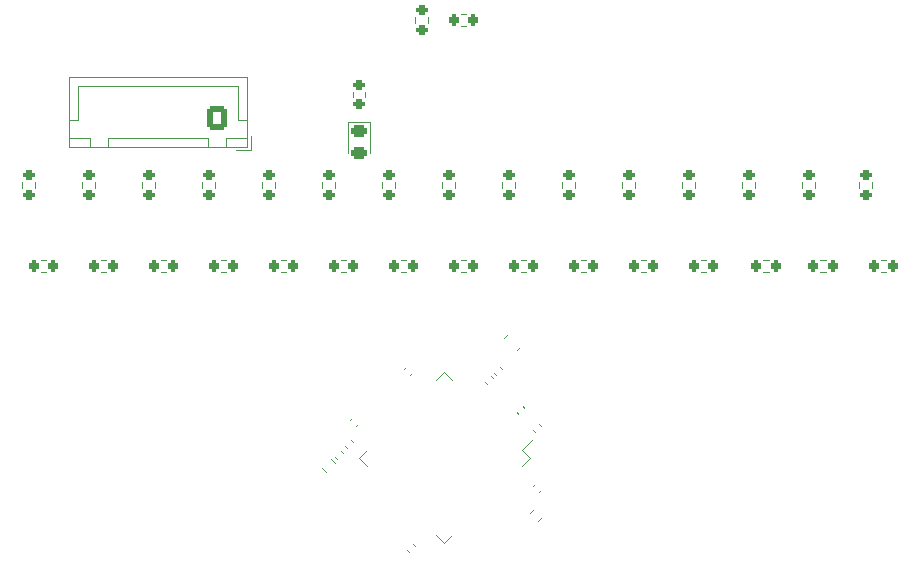
<source format=gbr>
%TF.GenerationSoftware,KiCad,Pcbnew,7.0.9*%
%TF.CreationDate,2024-12-10T16:14:57+09:00*%
%TF.ProjectId,02-LINE,30322d4c-494e-4452-9e6b-696361645f70,rev?*%
%TF.SameCoordinates,Original*%
%TF.FileFunction,Legend,Top*%
%TF.FilePolarity,Positive*%
%FSLAX46Y46*%
G04 Gerber Fmt 4.6, Leading zero omitted, Abs format (unit mm)*
G04 Created by KiCad (PCBNEW 7.0.9) date 2024-12-10 16:14:57*
%MOMM*%
%LPD*%
G01*
G04 APERTURE LIST*
G04 Aperture macros list*
%AMRoundRect*
0 Rectangle with rounded corners*
0 $1 Rounding radius*
0 $2 $3 $4 $5 $6 $7 $8 $9 X,Y pos of 4 corners*
0 Add a 4 corners polygon primitive as box body*
4,1,4,$2,$3,$4,$5,$6,$7,$8,$9,$2,$3,0*
0 Add four circle primitives for the rounded corners*
1,1,$1+$1,$2,$3*
1,1,$1+$1,$4,$5*
1,1,$1+$1,$6,$7*
1,1,$1+$1,$8,$9*
0 Add four rect primitives between the rounded corners*
20,1,$1+$1,$2,$3,$4,$5,0*
20,1,$1+$1,$4,$5,$6,$7,0*
20,1,$1+$1,$6,$7,$8,$9,0*
20,1,$1+$1,$8,$9,$2,$3,0*%
G04 Aperture macros list end*
%ADD10C,0.120000*%
%ADD11RoundRect,0.200000X0.275000X-0.200000X0.275000X0.200000X-0.275000X0.200000X-0.275000X-0.200000X0*%
%ADD12RoundRect,0.140000X0.021213X-0.219203X0.219203X-0.021213X-0.021213X0.219203X-0.219203X0.021213X0*%
%ADD13RoundRect,0.250000X-0.132583X0.503814X-0.503814X0.132583X0.132583X-0.503814X0.503814X-0.132583X0*%
%ADD14RoundRect,0.140000X-0.219203X-0.021213X-0.021213X-0.219203X0.219203X0.021213X0.021213X0.219203X0*%
%ADD15RoundRect,0.200000X0.200000X0.275000X-0.200000X0.275000X-0.200000X-0.275000X0.200000X-0.275000X0*%
%ADD16RoundRect,0.200000X-0.275000X0.200000X-0.275000X-0.200000X0.275000X-0.200000X0.275000X0.200000X0*%
%ADD17RoundRect,0.075000X0.441942X0.548008X-0.548008X-0.441942X-0.441942X-0.548008X0.548008X0.441942X0*%
%ADD18RoundRect,0.075000X-0.441942X0.548008X-0.548008X0.441942X0.441942X-0.548008X0.548008X-0.441942X0*%
%ADD19RoundRect,0.140000X0.219203X0.021213X0.021213X0.219203X-0.219203X-0.021213X-0.021213X-0.219203X0*%
%ADD20C,3.200000*%
%ADD21RoundRect,0.200000X0.053033X-0.335876X0.335876X-0.053033X-0.053033X0.335876X-0.335876X0.053033X0*%
%ADD22RoundRect,0.243750X-0.456250X0.243750X-0.456250X-0.243750X0.456250X-0.243750X0.456250X0.243750X0*%
%ADD23RoundRect,0.250000X0.600000X0.725000X-0.600000X0.725000X-0.600000X-0.725000X0.600000X-0.725000X0*%
%ADD24O,1.700000X1.950000*%
%ADD25RoundRect,0.200000X0.335876X0.053033X0.053033X0.335876X-0.335876X-0.053033X-0.053033X-0.335876X0*%
%ADD26RoundRect,0.140000X-0.021213X0.219203X-0.219203X0.021213X0.021213X-0.219203X0.219203X-0.021213X0*%
%ADD27C,1.524000*%
%ADD28R,1.700000X1.700000*%
%ADD29O,1.700000X1.700000*%
G04 APERTURE END LIST*
D10*
%TO.C,R15*%
X148067500Y-106917258D02*
X148067500Y-106442742D01*
X149112500Y-106917258D02*
X149112500Y-106442742D01*
%TO.C,C8*%
X155763815Y-132138012D02*
X155916318Y-131985509D01*
X156272932Y-132647129D02*
X156425435Y-132494626D01*
%TO.C,FB1*%
X154680282Y-120359165D02*
X154359165Y-120680282D01*
X153640835Y-119319718D02*
X153319718Y-119640835D01*
%TO.C,C3*%
X156272932Y-126905509D02*
X156425435Y-127058012D01*
X155763815Y-127414626D02*
X155916318Y-127567129D01*
%TO.C,R21*%
X180514258Y-114060500D02*
X180039742Y-114060500D01*
X180514258Y-113015500D02*
X180039742Y-113015500D01*
%TO.C,R17*%
X160257258Y-114060500D02*
X159782742Y-114060500D01*
X160257258Y-113015500D02*
X159782742Y-113015500D01*
%TO.C,R25*%
X137907500Y-106917258D02*
X137907500Y-106442742D01*
X138952500Y-106917258D02*
X138952500Y-106442742D01*
%TO.C,R31*%
X146826500Y-92472742D02*
X146826500Y-92947258D01*
X145781500Y-92472742D02*
X145781500Y-92947258D01*
%TO.C,U1*%
X155447256Y-129757713D02*
X154775505Y-129085962D01*
X154775505Y-129085962D02*
X155723028Y-128138438D01*
X148220625Y-122531082D02*
X148892376Y-123202833D01*
X154775505Y-130429464D02*
X155447256Y-129757713D01*
X147548874Y-123202833D02*
X148220625Y-122531082D01*
X148892376Y-136312593D02*
X148220625Y-136984344D01*
X141665745Y-129085962D02*
X140993994Y-129757713D01*
X148220625Y-136984344D02*
X147548874Y-136312593D01*
X140993994Y-129757713D02*
X141665745Y-130429464D01*
%TO.C,R36*%
X124697258Y-114060500D02*
X124222742Y-114060500D01*
X124697258Y-113015500D02*
X124222742Y-113015500D01*
%TO.C,C10*%
X152614318Y-122741129D02*
X152461815Y-122588626D01*
X153123435Y-122232012D02*
X152970932Y-122079509D01*
%TO.C,R37*%
X119617258Y-114060500D02*
X119142742Y-114060500D01*
X119617258Y-113015500D02*
X119142742Y-113015500D01*
%TO.C,R20*%
X175688258Y-114060500D02*
X175213742Y-114060500D01*
X175688258Y-113015500D02*
X175213742Y-113015500D01*
%TO.C,R11*%
X168387500Y-106917258D02*
X168387500Y-106442742D01*
X169432500Y-106917258D02*
X169432500Y-106442742D01*
%TO.C,C1*%
X154507693Y-126060810D02*
X154355190Y-125908307D01*
X155016810Y-125551693D02*
X154864307Y-125399190D01*
%TO.C,R19*%
X170417258Y-114060500D02*
X169942742Y-114060500D01*
X170417258Y-113015500D02*
X169942742Y-113015500D01*
%TO.C,R10*%
X163307500Y-106917258D02*
X163307500Y-106442742D01*
X164352500Y-106917258D02*
X164352500Y-106442742D01*
%TO.C,R32*%
X145017258Y-114060500D02*
X144542742Y-114060500D01*
X145017258Y-113015500D02*
X144542742Y-113015500D01*
%TO.C,R14*%
X183373500Y-106917258D02*
X183373500Y-106442742D01*
X184418500Y-106917258D02*
X184418500Y-106442742D01*
%TO.C,C9*%
X151852318Y-123503129D02*
X151699815Y-123350626D01*
X152361435Y-122994012D02*
X152208932Y-122841509D01*
%TO.C,R29*%
X117587500Y-106917258D02*
X117587500Y-106442742D01*
X118632500Y-106917258D02*
X118632500Y-106442742D01*
%TO.C,C7*%
X139152318Y-129853129D02*
X138999815Y-129700626D01*
X139661435Y-129344012D02*
X139508932Y-129191509D01*
%TO.C,R12*%
X173467500Y-106917258D02*
X173467500Y-106442742D01*
X174512500Y-106917258D02*
X174512500Y-106442742D01*
%TO.C,C5*%
X140356343Y-128260920D02*
X140508846Y-128413423D01*
X139847226Y-128770037D02*
X139999729Y-128922540D01*
%TO.C,R3*%
X141522500Y-98762742D02*
X141522500Y-99237258D01*
X140477500Y-98762742D02*
X140477500Y-99237258D01*
%TO.C,R33*%
X139937258Y-114060500D02*
X139462742Y-114060500D01*
X139937258Y-113015500D02*
X139462742Y-113015500D01*
%TO.C,R38*%
X114537258Y-114060500D02*
X114062742Y-114060500D01*
X114537258Y-113015500D02*
X114062742Y-113015500D01*
%TO.C,R1*%
X155462770Y-134400622D02*
X155798303Y-134065089D01*
X156201697Y-135139549D02*
X156537230Y-134804016D01*
%TO.C,R22*%
X185657258Y-114060500D02*
X185182742Y-114060500D01*
X185657258Y-113015500D02*
X185182742Y-113015500D01*
%TO.C,C6*%
X145604932Y-137065509D02*
X145757435Y-137218012D01*
X145095815Y-137574626D02*
X145248318Y-137727129D01*
%TO.C,R16*%
X155177258Y-114060500D02*
X154702742Y-114060500D01*
X155177258Y-113015500D02*
X154702742Y-113015500D01*
%TO.C,R8*%
X153147500Y-106917258D02*
X153147500Y-106442742D01*
X154192500Y-106917258D02*
X154192500Y-106442742D01*
%TO.C,R39*%
X150097258Y-93232500D02*
X149622742Y-93232500D01*
X150097258Y-92187500D02*
X149622742Y-92187500D01*
%TO.C,D1*%
X141960000Y-101315000D02*
X140040000Y-101315000D01*
X140040000Y-101315000D02*
X140040000Y-104000000D01*
X141960000Y-104000000D02*
X141960000Y-101315000D01*
%TO.C,R26*%
X132827500Y-106917258D02*
X132827500Y-106442742D01*
X133872500Y-106917258D02*
X133872500Y-106442742D01*
%TO.C,R23*%
X150097258Y-114060500D02*
X149622742Y-114060500D01*
X150097258Y-113015500D02*
X149622742Y-113015500D01*
%TO.C,R9*%
X158227500Y-106917258D02*
X158227500Y-106442742D01*
X159272500Y-106917258D02*
X159272500Y-106442742D01*
%TO.C,R30*%
X112507500Y-106917258D02*
X112507500Y-106442742D01*
X113552500Y-106917258D02*
X113552500Y-106442742D01*
%TO.C,J3*%
X131850000Y-103750000D02*
X131850000Y-102500000D01*
X131560000Y-103460000D02*
X131560000Y-97490000D01*
X131560000Y-97490000D02*
X116440000Y-97490000D01*
X131550000Y-103450000D02*
X131550000Y-102700000D01*
X131550000Y-102700000D02*
X129750000Y-102700000D01*
X131550000Y-101200000D02*
X130800000Y-101200000D01*
X130800000Y-101200000D02*
X130800000Y-98250000D01*
X130800000Y-98250000D02*
X124000000Y-98250000D01*
X130600000Y-103750000D02*
X131850000Y-103750000D01*
X129750000Y-103450000D02*
X131550000Y-103450000D01*
X129750000Y-102700000D02*
X129750000Y-103450000D01*
X128250000Y-103450000D02*
X128250000Y-102700000D01*
X128250000Y-102700000D02*
X119750000Y-102700000D01*
X119750000Y-103450000D02*
X128250000Y-103450000D01*
X119750000Y-102700000D02*
X119750000Y-103450000D01*
X118250000Y-103450000D02*
X118250000Y-102700000D01*
X118250000Y-102700000D02*
X116450000Y-102700000D01*
X117200000Y-101200000D02*
X117200000Y-98250000D01*
X117200000Y-98250000D02*
X124000000Y-98250000D01*
X116450000Y-103450000D02*
X118250000Y-103450000D01*
X116450000Y-102700000D02*
X116450000Y-103450000D01*
X116450000Y-101200000D02*
X117200000Y-101200000D01*
X116440000Y-103460000D02*
X131560000Y-103460000D01*
X116440000Y-97490000D02*
X116440000Y-103460000D01*
%TO.C,R2*%
X138214940Y-130953867D02*
X137879407Y-130618334D01*
X138953867Y-130214940D02*
X138618334Y-129879407D01*
%TO.C,R34*%
X134857258Y-114060500D02*
X134382742Y-114060500D01*
X134857258Y-113015500D02*
X134382742Y-113015500D01*
%TO.C,R27*%
X127747500Y-106917258D02*
X127747500Y-106442742D01*
X128792500Y-106917258D02*
X128792500Y-106442742D01*
%TO.C,R18*%
X165337258Y-114060500D02*
X164862742Y-114060500D01*
X165337258Y-113015500D02*
X164862742Y-113015500D01*
%TO.C,R28*%
X122667500Y-106917258D02*
X122667500Y-106442742D01*
X123712500Y-106917258D02*
X123712500Y-106442742D01*
%TO.C,R35*%
X129777258Y-114060500D02*
X129302742Y-114060500D01*
X129777258Y-113015500D02*
X129302742Y-113015500D01*
%TO.C,C4*%
X145503435Y-122588626D02*
X145350932Y-122741129D01*
X144994318Y-122079509D02*
X144841815Y-122232012D01*
%TO.C,R13*%
X178547500Y-106917258D02*
X178547500Y-106442742D01*
X179592500Y-106917258D02*
X179592500Y-106442742D01*
%TO.C,R24*%
X142987500Y-106917258D02*
X142987500Y-106442742D01*
X144032500Y-106917258D02*
X144032500Y-106442742D01*
%TO.C,C2*%
X140931435Y-126906626D02*
X140778932Y-127059129D01*
X140422318Y-126397509D02*
X140269815Y-126550012D01*
%TD*%
%LPC*%
D11*
%TO.C,R15*%
X148590000Y-107505000D03*
X148590000Y-105855000D03*
%TD*%
D12*
%TO.C,C8*%
X155755214Y-132655730D03*
X156434036Y-131976908D03*
%TD*%
D13*
%TO.C,FB1*%
X154645235Y-119354765D03*
X153354765Y-120645235D03*
%TD*%
D14*
%TO.C,C3*%
X155755214Y-126896908D03*
X156434036Y-127575730D03*
%TD*%
D15*
%TO.C,R21*%
X181102000Y-113538000D03*
X179452000Y-113538000D03*
%TD*%
%TO.C,R17*%
X160845000Y-113538000D03*
X159195000Y-113538000D03*
%TD*%
D11*
%TO.C,R25*%
X138430000Y-107505000D03*
X138430000Y-105855000D03*
%TD*%
D16*
%TO.C,R31*%
X146304000Y-91885000D03*
X146304000Y-93535000D03*
%TD*%
D17*
%TO.C,U1*%
X154885106Y-128396532D03*
X154531553Y-128042979D03*
X154178000Y-127689426D03*
X153824446Y-127335872D03*
X153470893Y-126982319D03*
X153117339Y-126628765D03*
X152763786Y-126275212D03*
X152410233Y-125921659D03*
X152056679Y-125568105D03*
X151703126Y-125214552D03*
X151349573Y-124860999D03*
X150996019Y-124507445D03*
X150642466Y-124153892D03*
X150288912Y-123800338D03*
X149935359Y-123446785D03*
X149581806Y-123093232D03*
D18*
X146859444Y-123093232D03*
X146505891Y-123446785D03*
X146152338Y-123800338D03*
X145798784Y-124153892D03*
X145445231Y-124507445D03*
X145091677Y-124860999D03*
X144738124Y-125214552D03*
X144384571Y-125568105D03*
X144031017Y-125921659D03*
X143677464Y-126275212D03*
X143323911Y-126628765D03*
X142970357Y-126982319D03*
X142616804Y-127335872D03*
X142263250Y-127689426D03*
X141909697Y-128042979D03*
X141556144Y-128396532D03*
D17*
X141556144Y-131118894D03*
X141909697Y-131472447D03*
X142263250Y-131826000D03*
X142616804Y-132179554D03*
X142970357Y-132533107D03*
X143323911Y-132886661D03*
X143677464Y-133240214D03*
X144031017Y-133593767D03*
X144384571Y-133947321D03*
X144738124Y-134300874D03*
X145091677Y-134654427D03*
X145445231Y-135007981D03*
X145798784Y-135361534D03*
X146152338Y-135715088D03*
X146505891Y-136068641D03*
X146859444Y-136422194D03*
D18*
X149581806Y-136422194D03*
X149935359Y-136068641D03*
X150288912Y-135715088D03*
X150642466Y-135361534D03*
X150996019Y-135007981D03*
X151349573Y-134654427D03*
X151703126Y-134300874D03*
X152056679Y-133947321D03*
X152410233Y-133593767D03*
X152763786Y-133240214D03*
X153117339Y-132886661D03*
X153470893Y-132533107D03*
X153824446Y-132179554D03*
X154178000Y-131826000D03*
X154531553Y-131472447D03*
X154885106Y-131118894D03*
%TD*%
D15*
%TO.C,R36*%
X125285000Y-113538000D03*
X123635000Y-113538000D03*
%TD*%
D19*
%TO.C,C10*%
X153132036Y-122749730D03*
X152453214Y-122070908D03*
%TD*%
D15*
%TO.C,R37*%
X120205000Y-113538000D03*
X118555000Y-113538000D03*
%TD*%
%TO.C,R20*%
X176276000Y-113538000D03*
X174626000Y-113538000D03*
%TD*%
D11*
%TO.C,R11*%
X168910000Y-107505000D03*
X168910000Y-105855000D03*
%TD*%
D19*
%TO.C,C1*%
X155025411Y-126069411D03*
X154346589Y-125390589D03*
%TD*%
D15*
%TO.C,R19*%
X171005000Y-113538000D03*
X169355000Y-113538000D03*
%TD*%
D11*
%TO.C,R10*%
X163830000Y-107505000D03*
X163830000Y-105855000D03*
%TD*%
D15*
%TO.C,R32*%
X145605000Y-113538000D03*
X143955000Y-113538000D03*
%TD*%
D11*
%TO.C,R14*%
X183896000Y-107505000D03*
X183896000Y-105855000D03*
%TD*%
D20*
%TO.C,REF\u002A\u002A*%
X184000000Y-92000000D03*
%TD*%
D19*
%TO.C,C9*%
X152370036Y-123511730D03*
X151691214Y-122832908D03*
%TD*%
D11*
%TO.C,R29*%
X118110000Y-107505000D03*
X118110000Y-105855000D03*
%TD*%
D19*
%TO.C,C7*%
X139670036Y-129861730D03*
X138991214Y-129182908D03*
%TD*%
D11*
%TO.C,R12*%
X173990000Y-107505000D03*
X173990000Y-105855000D03*
%TD*%
D14*
%TO.C,C5*%
X139838625Y-128252319D03*
X140517447Y-128931141D03*
%TD*%
D16*
%TO.C,R3*%
X141000000Y-98175000D03*
X141000000Y-99825000D03*
%TD*%
D15*
%TO.C,R33*%
X140525000Y-113538000D03*
X138875000Y-113538000D03*
%TD*%
%TO.C,R38*%
X115125000Y-113538000D03*
X113475000Y-113538000D03*
%TD*%
D21*
%TO.C,R1*%
X155416637Y-135185682D03*
X156583363Y-134018956D03*
%TD*%
D15*
%TO.C,R22*%
X186245000Y-113538000D03*
X184595000Y-113538000D03*
%TD*%
D14*
%TO.C,C6*%
X145087214Y-137056908D03*
X145766036Y-137735730D03*
%TD*%
D20*
%TO.C,REF\u002A\u002A*%
X132000000Y-135000000D03*
%TD*%
D15*
%TO.C,R16*%
X155765000Y-113538000D03*
X154115000Y-113538000D03*
%TD*%
D11*
%TO.C,R8*%
X153670000Y-107505000D03*
X153670000Y-105855000D03*
%TD*%
D15*
%TO.C,R39*%
X150685000Y-92710000D03*
X149035000Y-92710000D03*
%TD*%
D22*
%TO.C,D1*%
X141000000Y-102062500D03*
X141000000Y-103937500D03*
%TD*%
D11*
%TO.C,R26*%
X133350000Y-107505000D03*
X133350000Y-105855000D03*
%TD*%
D15*
%TO.C,R23*%
X150685000Y-113538000D03*
X149035000Y-113538000D03*
%TD*%
D11*
%TO.C,R9*%
X158750000Y-107505000D03*
X158750000Y-105855000D03*
%TD*%
D20*
%TO.C,REF\u002A\u002A*%
X116000000Y-92000000D03*
%TD*%
D11*
%TO.C,R30*%
X113030000Y-107505000D03*
X113030000Y-105855000D03*
%TD*%
D23*
%TO.C,J3*%
X129000000Y-101000000D03*
D24*
X126500000Y-101000000D03*
X124000000Y-101000000D03*
X121500000Y-101000000D03*
X119000000Y-101000000D03*
%TD*%
D25*
%TO.C,R2*%
X139000000Y-131000000D03*
X137833274Y-129833274D03*
%TD*%
D15*
%TO.C,R34*%
X135445000Y-113538000D03*
X133795000Y-113538000D03*
%TD*%
D20*
%TO.C,REF\u002A\u002A*%
X168000000Y-135000000D03*
%TD*%
D11*
%TO.C,R27*%
X128270000Y-107505000D03*
X128270000Y-105855000D03*
%TD*%
D15*
%TO.C,R18*%
X165925000Y-113538000D03*
X164275000Y-113538000D03*
%TD*%
D11*
%TO.C,R28*%
X123190000Y-107505000D03*
X123190000Y-105855000D03*
%TD*%
D15*
%TO.C,R35*%
X130365000Y-113538000D03*
X128715000Y-113538000D03*
%TD*%
D26*
%TO.C,C4*%
X145512036Y-122070908D03*
X144833214Y-122749730D03*
%TD*%
D11*
%TO.C,R13*%
X179070000Y-107505000D03*
X179070000Y-105855000D03*
%TD*%
%TO.C,R24*%
X143510000Y-107505000D03*
X143510000Y-105855000D03*
%TD*%
D26*
%TO.C,C2*%
X140940036Y-126388908D03*
X140261214Y-127067730D03*
%TD*%
D27*
%TO.C,U16*%
X115570000Y-111470000D03*
X113030000Y-111470000D03*
X115570000Y-115570000D03*
X113030000Y-115570000D03*
%TD*%
%TO.C,U17*%
X151130000Y-90660000D03*
X148590000Y-90660000D03*
X151130000Y-94760000D03*
X148590000Y-94760000D03*
%TD*%
%TO.C,U7*%
X181610000Y-111470000D03*
X179070000Y-111470000D03*
X181610000Y-115570000D03*
X179070000Y-115570000D03*
%TD*%
%TO.C,U6*%
X176530000Y-111470000D03*
X173990000Y-111470000D03*
X176530000Y-115570000D03*
X173990000Y-115570000D03*
%TD*%
%TO.C,U3*%
X161290000Y-111470000D03*
X158750000Y-111470000D03*
X161290000Y-115570000D03*
X158750000Y-115570000D03*
%TD*%
%TO.C,U9*%
X151130000Y-111470000D03*
X148590000Y-111470000D03*
X151130000Y-115570000D03*
X148590000Y-115570000D03*
%TD*%
%TO.C,U12*%
X135890000Y-111470000D03*
X133350000Y-111470000D03*
X135890000Y-115570000D03*
X133350000Y-115570000D03*
%TD*%
%TO.C,U8*%
X186690000Y-111470000D03*
X184150000Y-111470000D03*
X186690000Y-115570000D03*
X184150000Y-115570000D03*
%TD*%
%TO.C,U10*%
X146050000Y-111470000D03*
X143510000Y-111470000D03*
X146050000Y-115570000D03*
X143510000Y-115570000D03*
%TD*%
%TO.C,U5*%
X171450000Y-111470000D03*
X168910000Y-111470000D03*
X171450000Y-115570000D03*
X168910000Y-115570000D03*
%TD*%
%TO.C,U14*%
X125730000Y-111470000D03*
X123190000Y-111470000D03*
X125730000Y-115570000D03*
X123190000Y-115570000D03*
%TD*%
%TO.C,U2*%
X156210000Y-111470000D03*
X153670000Y-111470000D03*
X156210000Y-115570000D03*
X153670000Y-115570000D03*
%TD*%
%TO.C,U13*%
X130810000Y-111470000D03*
X128270000Y-111470000D03*
X130810000Y-115570000D03*
X128270000Y-115570000D03*
%TD*%
%TO.C,U11*%
X140970000Y-111470000D03*
X138430000Y-111470000D03*
X140970000Y-115570000D03*
X138430000Y-115570000D03*
%TD*%
%TO.C,U4*%
X166370000Y-111470000D03*
X163830000Y-111470000D03*
X166370000Y-115570000D03*
X163830000Y-115570000D03*
%TD*%
D28*
%TO.C,J2*%
X146050000Y-102616000D03*
D29*
X146050000Y-100076000D03*
X148590000Y-102616000D03*
X148590000Y-100076000D03*
X151130000Y-102616000D03*
X151130000Y-100076000D03*
X153670000Y-102616000D03*
X153670000Y-100076000D03*
%TD*%
D27*
%TO.C,U15*%
X120650000Y-111470000D03*
X118110000Y-111470000D03*
X120650000Y-115570000D03*
X118110000Y-115570000D03*
%TD*%
%LPD*%
M02*

</source>
